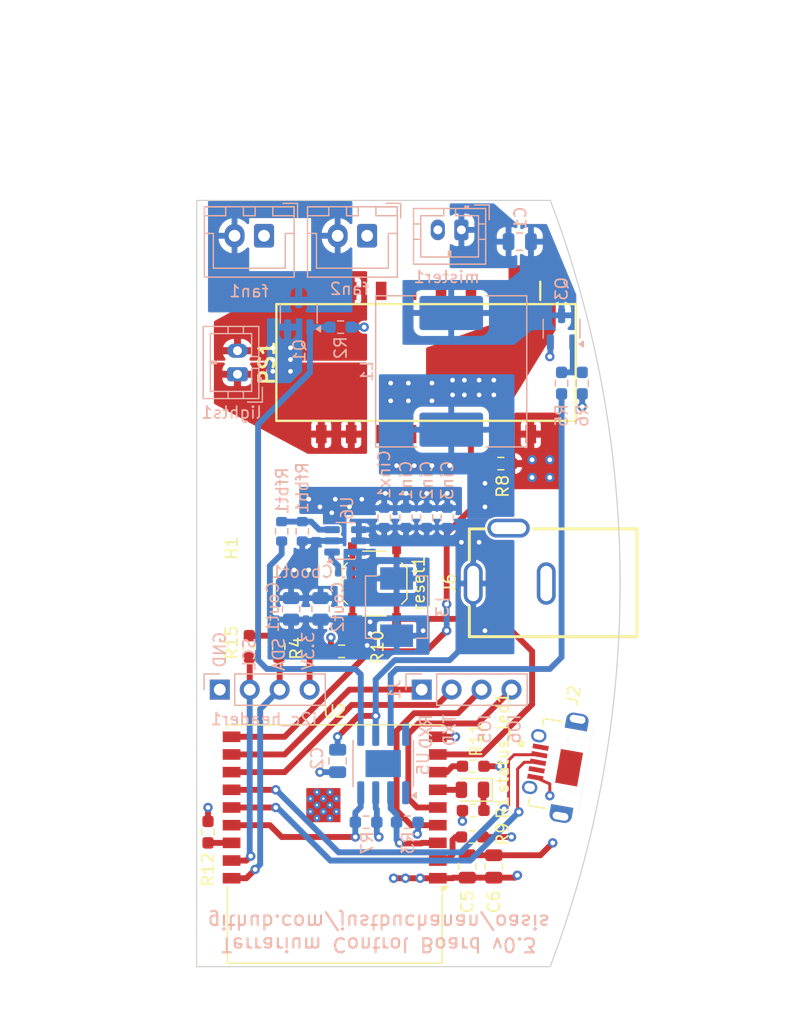
<source format=kicad_pcb>
(kicad_pcb (version 20241229) (generator "pcbnew") (generator_version "9.0")
  (title_block (title "Terrarium Control Board") (date "2025-03-11") (rev "mar-2025") (company "Justin Buchanan"))
  (layers (0 "F.Cu" signal) (4 "In1.Cu" signal) (6 "In2.Cu" signal) (2 "B.Cu" signal) (13 "F.Paste" user) (15 "B.Paste" user) (5 "F.SilkS" user "F.Silkscreen") (7 "B.SilkS" user "B.Silkscreen") (1 "F.Mask" user) (3 "B.Mask" user) (25 "Edge.Cuts" user))
  (net 0 "")
  (net 1 "GND")
  (net 2 "Net-(status_led1-K)")
  (net 12 "Net-(Q3-D)")
  (net 13 "Net-(mister1-Pin_1)")
  (net 14 "Net-(U6-SW)")
  (net 15 "Net-(U6-CB)")
  (net 16 "Net-(U6-FB)")
  (net 17 "Net-(J1-Pin_4)")
  (net 18 "Net-(Q1-D)")
  (net 19 "/fan1_ctl")
  (net 20 "+3.3V")
  (net 21 "/mist_ctl")
  (net 22 "Net-(Q3-G)")
  (net 23 "+18V")
  (net 24 "/led_ctl")
  (net 25 "/usb_dminus")
  (net 26 "/usb_dplus")
  (net 27 "Net-(R10-Pad2)")
  (net 28 "Net-(J1-Pin_3)")
  (net 29 "Net-(Q1-G)")
  (net 32 "Net-(U2-IO9)")
  (net 33 "/i2c_sda")
  (net 34 "/i2c_scl")
  (net 35 "/RXD")
  (net 36 "/TXD")
  (net 37 "Net-(U2-EN)")
  (net 38 "Net-(U2-IO8)")
  (net 39 "Net-(U2-IO2)")
  (net 40 "Net-(U2-IO7)")
  (net 41 "/led_N")
  (net 42 "/led_P")
  (net 43 "Net-(U5-OUTA)")
  (footprint "Capacitor_SMD:C_0805_2012Metric" (layer "F.Cu") (at 105 124 90)
    (property "Reference" "C5")
    (property "Value" "10uF")
  )
  (footprint "Resistor_SMD:R_0603_1608Metric_Pad0.98x0.95mm_HandSolder" (layer "F.Cu") (at 86.5 105.3375 -90)
    (property "Reference" "R15")
    (property "Value" "4.7k")
  )
  (footprint "Capacitor_SMD:C_0805_2012Metric" (layer "F.Cu") (at 107.25 124 90)
    (property "Reference" "C6")
    (property "Value" ".1uF")
  )
  (footprint "Resistor_SMD:R_0603_1608Metric_Pad0.98x0.95mm_HandSolder" (layer "F.Cu") (at 89 105.3375 -90)
    (property "Reference" "R4")
    (property "Value" "4.7k")
  )
  (footprint "LDD-700LS-SOP254P1280X930-16N:LDD-700LS-SOP254P1280X930-16N" (layer "F.Cu") (at 101.5 81.25 -90)
    (property "Reference" "PS1")
    (property "Value" "LDD-700LS" (hide yes))
  )
  (footprint "RF_Module:ESP32-C3-WROOM-02" (layer "F.Cu") (at 93.75 119 180)
    (property "Reference" "U2")
    (property "Value" "ESP32-C3-WROOM-02-N4")
  )
  (footprint "Resistor_SMD:R_0603_1608Metric_Pad0.98x0.95mm_HandSolder" (layer "F.Cu") (at 94.3375 105.75)
    (property "Reference" "R10")
    (property "Value" "10k")
  )
  (footprint "Resistor_SMD:R_0603_1608Metric_Pad0.98x0.95mm_HandSolder" (layer "F.Cu") (at 105.4125 121.5 180)
    (property "Reference" "R9")
    (property "Value" "10k" (hide yes))
  )
  (footprint "Resistor_SMD:R_0603_1608Metric_Pad0.98x0.95mm_HandSolder" (layer "F.Cu") (at 107.85 89.825)
    (property "Reference" "R8")
    (property "Value" "10k")
  )
  (footprint "Resistor_SMD:R_0603_1608Metric_Pad0.98x0.95mm_HandSolder" (layer "F.Cu") (at 105.5 115.5 180)
    (property "Reference" "R11")
    (property "Value" "10k")
  )
  (footprint "LED_SMD:LED_0805_2012Metric" (layer "F.Cu") (at 105.4375 117.5 180)
    (property "Reference" "status_led1")
    (property "Value" "LED")
  )
  (footprint "Button_Switch_SMD:SW_Push_1P1T_XKB_TS-1187A" (layer "F.Cu") (at 97.125 100 -90)
    (property "Reference" "reset1")
    (property "Value" "SW_Push")
  )
  (footprint "MountingHole:MountingHole_3.2mm_M3" (layer "F.Cu") (at 85 100)
    (property "Reference" "H1")
    (property "Value" "MountingHole")
  )
  (footprint "lib:MOLEX_47590-0001" (layer "F.Cu") (at 113.633 115.628 80)
    (property "Reference" "J2")
    (property "Value" "USB_B_Micro")
    (fp_line (start -1.95 -0.125) (end -1.95 1.45) (stroke (width 0.01)) (layer "Edge.Cuts"))
    (fp_line (start 2.8 -0.125) (end 2.8 1.45) (stroke (width 0.01)) (layer "Edge.Cuts"))
    (fp_line (start -3.75 1.45) (end -2.8 1.45) (stroke (width 0.01)) (layer "Edge.Cuts"))
    (fp_line (start -2.8 1.45) (end -2.8 -0.125) (stroke (width 0.01)) (layer "Edge.Cuts"))
    (fp_line (start -1.95 1.45) (end 1.95 1.45) (stroke (width 0.01)) (layer "Edge.Cuts"))
    (fp_line (start 1.95 1.45) (end 1.95 -0.125) (stroke (width 0.01)) (layer "Edge.Cuts"))
    (fp_line (start 2.8 1.45) (end 3.75 1.45) (stroke (width 0.01)) (layer "Edge.Cuts"))
    (fp_line (start 3.75 1.45) (end -3.75 1.45) (stroke (width 0.01)) (layer "Edge.Cuts"))
    (fp_arc (start -2.375 -0.55) (mid -2.074479 -0.425521) (end -1.95 -0.125) (stroke (width 0.01)) (layer "Edge.Cuts"))
    (fp_arc (start -2.8 -0.125) (mid -2.675521 -0.42552) (end -2.375 -0.55) (stroke (width 0.01)) (layer "Edge.Cuts"))
    (fp_arc (start 2.375 -0.55) (mid 2.67552 -0.42552) (end 2.8 -0.125) (stroke (width 0.01)) (layer "Edge.Cuts"))
    (fp_arc (start 1.95 -0.125) (mid 2.074479 -0.42552) (end 2.375 -0.55) (stroke (width 0.01)) (layer "Edge.Cuts"))
  )
  (footprint "lib:DC-IN-TH_XDJK-0051-025_JLC_C7498153" (layer "F.Cu") (at 108.6 97.65 180)
    (property "Reference" "J6")
    (property "Value" "Barrel_Jack_MountingPin")
  )
  (footprint "Resistor_SMD:R_0603_1608Metric_Pad0.98x0.95mm_HandSolder" (layer "F.Cu") (at 83 121.0875 90)
    (property "Reference" "R12")
    (property "Value" "10k" (hide yes))
  )
  (footprint "Resistor_SMD:R_0603_1608Metric_Pad0.98x0.95mm_HandSolder" (layer "F.Cu") (at 105.5 119.25)
    (property "Reference" "R1")
    (property "Value" "470")
  )
  (footprint "Capacitor_SMD:C_0805_2012Metric" (layer "B.Cu") (at 94 115.05 -90)
    (property "Reference" "C2")
    (property "Value" ".1uF")
  )
  (footprint "Package_TO_SOT_SMD:SOT-23-6" (layer "B.Cu") (at 94.662501 96.379999)
    (property "Reference" "U6")
    (property "Value" "LMR54406DBVR")
  )
  (footprint "Resistor_SMD:R_0603_1608Metric_Pad0.98x0.95mm_HandSolder" (layer "B.Cu") (at 113 83 90)
    (property "Reference" "R6")
    (property "Value" "10")
  )
  (footprint "Resistor_SMD:R_0603_1608Metric" (layer "B.Cu") (at 97.950003 94.424998 90)
    (property "Reference" "Cinx1")
    (property "Value" "100nF")
  )
  (footprint "lib:SOT-23-3-pinswapped-mosfet" (layer "B.Cu") (at 90.7 77.1125 90)
    (property "Reference" "Q1")
    (property "Value" "Q_NMOS_GDS")
  )
  (footprint "Resistor_SMD:R_0603_1608Metric" (layer "B.Cu") (at 89.25 95.575 90)
    (property "Reference" "Rfbt1")
    (property "Value" "69.8k")
  )
  (footprint "Resistor_SMD:R_0805_2012Metric" (layer "B.Cu") (at 92.550001 102.15 90)
    (property "Reference" "Cout2")
    (property "Value" "10uF")
  )
  (footprint "Connector_JST:JST_XH_B2B-XH-A_1x02_P2.50mm_Vertical" (layer "B.Cu") (at 96.5 70.5 180)
    (property "Reference" "fan2")
    (property "Value" "Conn_01x02")
  )
  (footprint "Package_SO:SOIC-8-1EP_3.9x4.9mm_P1.27mm_EP2.29x3mm" (layer "B.Cu") (at 97.865 115.275 90)
    (property "Reference" "U5")
    (property "Value" "IX4427N")
  )
  (footprint "Resistor_SMD:R_0603_1608Metric" (layer "B.Cu") (at 103.300001 94.424999 90)
    (property "Reference" "Cin3")
    (property "Value" "1uF")
  )
  (footprint "Connector_PinHeader_2.54mm:PinHeader_1x04_P2.54mm_Vertical" (layer "B.Cu") (at 101.13 109 -90)
    (property "Reference" "J1")
    (property "Value" "Conn_01x04")
  )
  (footprint "Resistor_SMD:R_0603_1608Metric" (layer "B.Cu") (at 91 95.575 -90)
    (property "Reference" "Rfbb1")
    (property "Value" "22.1k")
  )
  (footprint "Resistor_SMD:R_0603_1608Metric_Pad0.98x0.95mm_HandSolder" (layer "B.Cu") (at 96.4125 120.25)
    (property "Reference" "R7")
    (property "Value" "10k")
  )
  (footprint "Connector_PinHeader_2.54mm:PinHeader_1x04_P2.54mm_Vertical" (layer "B.Cu") (at 84 109 -90)
    (property "Reference" "i2c_header1")
    (property "Value" "Conn_01x04")
  )
  (footprint "Inductor_SMD:L_SXN_SMDRI127" (layer "B.Cu") (at 103.6375 82 -90)
    (property "Reference" "L1")
    (property "Value" "330uH")
  )
  (footprint "Capacitor_SMD:C_0402_1005Metric" (layer "B.Cu") (at 94.530001 99.099999 180)
    (property "Reference" "Cboot1")
    (property "Value" "100nF")
  )
  (footprint "Connector_JST:JST_XH_B2B-XH-A_1x02_P2.50mm_Vertical" (layer "B.Cu") (at 87.75 70.5 180)
    (property "Reference" "fan1")
    (property "Value" "Conn_01x02")
  )
  (footprint "Resistor_SMD:R_0603_1608Metric" (layer "B.Cu") (at 99.800001 94.424998 90)
    (property "Reference" "Cin1")
    (property "Value" "1uF")
  )
  (footprint "Resistor_SMD:R_0603_1608Metric_Pad0.98x0.95mm_HandSolder" (layer "B.Cu") (at 114.75 83 -90)
    (property "Reference" "R5")
    (property "Value" "10k")
  )
  (footprint "lib:SOT-23-3-pinswapped-mosfet" (layer "B.Cu") (at 113 78.3875 90)
    (property "Reference" "Q3")
    (property "Value" "Q_NMOS_GDS")
  )
  (footprint "Inductor_SMD:L_Vishay_IHLP-2020" (layer "B.Cu") (at 99 102 -90)
    (property "Reference" "L3")
    (property "Value" "10uH")
  )
  (footprint "Resistor_SMD:R_0603_1608Metric_Pad0.98x0.95mm_HandSolder" (layer "B.Cu") (at 99.9125 120.25)
    (property "Reference" "R3")
    (property "Value" "10k")
  )
  (footprint "Capacitor_SMD:C_0805_2012Metric" (layer "B.Cu") (at 109.45 71 180)
    (property "Reference" "C1")
    (property "Value" ".1uF")
  )
  (footprint "Resistor_SMD:R_0603_1608Metric" (layer "B.Cu") (at 101.550001 94.424998 90)
    (property "Reference" "Cin2")
    (property "Value" "1uF")
  )
  (footprint "Connector_JST:JST_PH_B2B-PH-K_1x02_P2.00mm_Vertical" (layer "B.Cu") (at 104.5 70 180)
    (property "Reference" "mister1")
    (property "Value" "Conn_01x02" (hide yes))
  )
  (footprint "Resistor_SMD:R_0603_1608Metric_Pad0.98x0.95mm_HandSolder" (layer "B.Cu") (at 94.25 78.25)
    (property "Reference" "R2")
    (property "Value" "10k")
  )
  (footprint "Connector_JST:JST_PH_B2B-PH-K_1x02_P2.00mm_Vertical" (layer "B.Cu") (at 85.5 82.25 90)
    (property "Reference" "lights1")
    (property "Value" "Conn_01x02")
  )
  (footprint "Resistor_SMD:R_0805_2012Metric" (layer "B.Cu") (at 90.050001 102.15 90)
    (property "Reference" "Cout1")
    (property "Value" "10uF")
  )
  (gr_line (start 112.046 67.5) (end 82.046 67.5) (stroke (width 0.1)) (layer "Edge.Cuts"))
  (gr_line (start 112.034 132.499991) (end 82.034 132.499991) (stroke (width 0.1)) (layer "Edge.Cuts"))
  (gr_line (start 82.034 132.499991) (end 82.046 67.5) (stroke (width 0.1)) (layer "Edge.Cuts"))
  (gr_arc (start 112.046 67.5) (mid 117.966 100) (end 112.034 132.5) (stroke (width 0.1)) (layer "Edge.Cuts"))
  (gr_text "IO6" (at 109 111 90) (layer "B.SilkS") (effects (font (size 1 1)) (justify left mirror)))
  (gr_text "3.3V" (at 91.5 104 90) (layer "B.SilkS") (effects (font (size 1 1)) (justify left mirror)))
  (gr_text "SDA" (at 89 104.5 90) (layer "B.SilkS") (effects (font (size 1 1)) (justify left mirror)))
  (gr_text "Terrarium Control Board v0.3\ngithub.com/justbuchanan/oasis" (at 97.5 128 180) (layer "B.SilkS") (effects (font (size 1.2 1.2) (thickness 0.18)) (justify bottom mirror)))
  (gr_text "TXD" (at 103.5 111 90) (layer "B.SilkS") (effects (font (size 1 1)) (justify left mirror)))
  (gr_text "SCL" (at 86.5 104.5 90) (layer "B.SilkS") (effects (font (size 1 1)) (justify left mirror)))
  (gr_text "RXD" (at 101.5 111 90) (layer "B.SilkS") (effects (font (size 1 1)) (justify left mirror)))
  (gr_text "GND" (at 84 104 90) (layer "B.SilkS") (effects (font (size 1 1)) (justify left mirror)))
  (gr_text "IO5" (at 106.5 111 90) (layer "B.SilkS") (effects (font (size 1 1)) (justify left mirror)))
  (segment (start 93.425 105.75) (end 93.425 104.575) (width 0.5) (layer "F.Cu") (net 1))
  (segment (start 105 123.05) (end 107.25 123.05) (width 0.5) (layer "F.Cu") (net 1))
  (segment (start 104.5875 119.25) (end 104.5875 120.1625) (width 0.5) (layer "F.Cu") (net 1))
  (segment (start 112 117) (end 110.772897 116.443741) (width 0.25) (layer "F.Cu") (net 1))
  (segment (start 111.2 123.05) (end 112.25 122) (width 0.5) (layer "F.Cu") (net 1))
  (segment (start 102.5 113) (end 104 113) (width 0.5) (layer "F.Cu") (net 1))
  (segment (start 107.25 123.05) (end 111.2 123.05) (width 0.5) (layer "F.Cu") (net 1))
  (segment (start 112 118) (end 112 117) (width 0.25) (layer "F.Cu") (net 1))
  (via (at 103.300001 92.349999) (size 0.8) (drill 0.4) (layers "F.Cu" "B.Cu") (net 1))
  (via (at 100.75 121.25) (size 0.8) (drill 0.4) (layers "F.Cu" "B.Cu") (net 1))
  (via (at 90 80) (size 0.8) (drill 0.4) (layers "F.Cu" "B.Cu") (net 1))
  (via (at 99.800001 92.349999) (size 0.8) (drill 0.4) (layers "F.Cu" "B.Cu") (net 1))
  (via (at 110.5 89.5) (size 0.8) (drill 0.4) (layers "F.Cu" "B.Cu") (net 1))
  (via (at 91.550001 98.849999) (size 0.8) (drill 0.4) (layers "F.Cu" "B.Cu") (net 1))
  (via (at 88.5 81) (size 0.8) (drill 0.4) (layers "F.Cu" "B.Cu") (net 1))
  (via (at 112 118) (size 0.8) (drill 0.4) (layers "F.Cu" "B.Cu") (net 1))
  (via (at 96.050001 92.849999) (size 0.8) (drill 0.4) (layers "F.Cu" "B.Cu") (net 1))
  (via (at 90 82) (size 0.8) (drill 0.4) (layers "F.Cu" "B.Cu") (net 1))
  (via (at 112 89.5) (size 0.8) (drill 0.4) (layers "F.Cu" "B.Cu") (net 1))
  (via (at 90 81) (size 0.8) (drill 0.4) (layers "F.Cu" "B.Cu") (net 1))
  (via (at 95 93.5) (size 0.8) (drill 0.4) (layers "F.Cu" "B.Cu") (net 1))
  (via (at 104 113) (size 0.8) (drill 0.4) (layers "F.Cu" "B.Cu") (net 1))
  (via (at 93.800001 92.849999) (size 0.8) (drill 0.4) (layers "F.Cu" "B.Cu") (net 1))
  (via (at 97.5 121.5) (size 0.8) (drill 0.4) (layers "F.Cu" "B.Cu") (net 1))
  (via (at 93.425 104.575) (size 0.8) (drill 0.4) (layers "F.Cu" "B.Cu") (net 1))
  (via (at 101.550001 92.349999) (size 0.8) (drill 0.4) (layers "F.Cu" "B.Cu") (net 1))
  (via (at 98.050001 92.349999) (size 0.8) (drill 0.4) (layers "F.Cu" "B.Cu") (net 1))
  (via (at 92.5 93.5) (size 0.8) (drill 0.4) (layers "F.Cu" "B.Cu") (net 1))
  (via (at 88.5 82) (size 0.8) (drill 0.4) (layers "F.Cu" "B.Cu") (net 1))
  (via (at 88.5 80) (size 0.8) (drill 0.4) (layers "F.Cu" "B.Cu") (net 1))
  (via (at 92.5 116) (size 0.8) (drill 0.4) (layers "F.Cu" "B.Cu") (net 1))
  (via (at 112 91) (size 0.8) (drill 0.4) (layers "F.Cu" "B.Cu") (net 1))
  (via (at 112.25 122) (size 0.8) (drill 0.4) (layers "F.Cu" "B.Cu") (net 1))
  (via (at 90.300001 98.849999) (size 0.8) (drill 0.4) (layers "F.Cu" "B.Cu") (net 1))
  (via (at 91.550001 92.849999) (size 0.8) (drill 0.4) (layers "F.Cu" "B.Cu") (net 1))
  (via (at 114.75 85) (size 0.8) (drill 0.4) (layers "F.Cu" "B.Cu") (net 1))
  (via (at 112 80.75) (size 0.8) (drill 0.4) (layers "F.Cu" "B.Cu") (net 1))
  (via (at 96.25 78.25) (size 0.8) (drill 0.4) (layers "F.Cu" "B.Cu") (net 1))
  (via (at 93.5 94) (size 0.8) (drill 0.4) (layers "F.Cu" "B.Cu") (net 1))
  (via (at 104.5875 120.1625) (size 0.8) (drill 0.4) (layers "F.Cu" "B.Cu") (net 1))
  (via (at 110.5 91) (size 0.8) (drill 0.4) (layers "F.Cu" "B.Cu") (net 1))
  (segment (start 97.325 120.25) (end 97.325 121.325) (width 0.5) (layer "B.Cu") (net 1))
  (segment (start 112.05 79.525) (end 112.05 80.7) (width 0.5) (layer "B.Cu") (net 1))
  (segment (start 100.825 121.175) (end 100.825 120.25) (width 0.5) (layer "B.Cu") (net 1))
  (segment (start 100.75 121.25) (end 100.825 121.175) (width 0.5) (layer "B.Cu") (net 1))
  (segment (start 97.325 119.1625) (end 97.325 120.25) (width 0.5) (layer "B.Cu") (net 1))
  (segment (start 95.1625 78.25) (end 96.25 78.25) (width 0.5) (layer "B.Cu") (net 1))
  (segment (start 97.325 121.325) (end 97.5 121.5) (width 0.5) (layer "B.Cu") (net 1))
  (segment (start 97.23 117.75) (end 97.23 119.0675) (width 0.5) (layer "B.Cu") (net 1))
  (segment (start 114.75 85) (end 114.75 83.9125) (width 0.5) (layer "B.Cu") (net 1))
  (segment (start 94 116) (end 92.5 116) (width 0.5) (layer "B.Cu") (net 1))
  (segment (start 112.05 80.7) (end 112 80.75) (width 0.5) (layer "B.Cu") (net 1))
  (segment (start 97.23 119.0675) (end 97.325 119.1625) (width 0.5) (layer "B.Cu") (net 1))
  (segment (start 106.375 117.5) (end 106.375 119.2125) (width 0.5) (layer "F.Cu") (net 2))
  (segment (start 106.375 119.2125) (end 106.4125 119.25) (width 0.5) (layer "F.Cu") (net 2))
  (segment (start 94.050001 99.099999) (end 94.050001 98.5) (width 0.5) (layer "B.Cu") (net 15))
  (segment (start 93.475 97.429999) (end 93.475 97.924999) (width 0.5) (layer "B.Cu") (net 15))
  (segment (start 94.050001 98.5) (end 93.475 97.924999) (width 0.5) (layer "B.Cu") (net 15))
  (segment (start 92.429999 95.429999) (end 93.525001 95.429999) (width 0.5) (layer "B.Cu") (net 16))
  (segment (start 91.75 94.75) (end 92.429999 95.429999) (width 0.5) (layer "B.Cu") (net 16))
  (segment (start 91 94.75) (end 91.75 94.75) (width 0.5) (layer "B.Cu") (net 16))
  (segment (start 91 94.75) (end 89.25 94.75) (width 0.5) (layer "B.Cu") (net 16))
  (segment (start 105.878 111.872) (end 100.878 111.872) (width 0.5) (layer "F.Cu") (net 17))
  (segment (start 100.75 119) (end 102.5 119) (width 0.5) (layer "F.Cu") (net 17))
  (segment (start 100.878 111.872) (end 100 112.75) (width 0.5) (layer "F.Cu") (net 17))
  (segment (start 100 118.25) (end 100.75 119) (width 0.5) (layer "F.Cu") (net 17))
  (segment (start 100 112.75) (end 100 118.25) (width 0.5) (layer "F.Cu") (net 17))
  (segment (start 108.75 109) (end 105.878 111.872) (width 0.5) (layer "F.Cu") (net 17))
  (segment (start 99.301 122.051) (end 101.081786 122.051) (width 0.5) (layer "F.Cu") (net 19))
  (segment (start 101.081786 122.051) (end 101.132786 122) (width 0.5) (layer "F.Cu") (net 19))
  (segment (start 99.25 122) (end 99.301 122.051) (width 0.5) (layer "F.Cu") (net 19))
  (segment (start 101.132786 122) (end 102.5 122) (width 0.5) (layer "F.Cu") (net 19))
  (via (at 99.25 122) (size 0.8) (drill 0.4) (layers "F.Cu" "B.Cu") (net 19))
  (segment (start 98.5 119.0875) (end 99 119.5875) (width 0.5) (layer "B.Cu") (net 19))
  (segment (start 99.25 122) (end 99 121.75) (width 0.5) (layer "B.Cu") (net 19))
  (segment (start 99 121.75) (end 99 120.25) (width 0.5) (layer "B.Cu") (net 19))
  (segment (start 99 119.5875) (end 99 120.25) (width 0.5) (layer "B.Cu") (net 19))
  (segment (start 98.5 117.75) (end 98.5 119.0875) (width 0.5) (layer "B.Cu") (net 19))
  (segment (start 106.4125 115.5) (end 107.75 115.5) (width 0.5) (layer "F.Cu") (net 20))
  (segment (start 101 125) (end 99.75 125) (width 0.5) (layer "F.Cu") (net 20))
  (segment (start 91.62 105.12) (end 90.925 104.425) (width 0.5) (layer "F.Cu") (net 20))
  (segment (start 105 124.95) (end 107.25 124.95) (width 0.5) (layer "F.Cu") (net 20))
  (segment (start 99.75 125) (end 98.75 125) (width 0.5) (layer "F.Cu") (net 20))
  (segment (start 103.75 125) (end 103.8 124.95) (width 0.5) (layer "F.Cu") (net 20))
  (segment (start 107.25 124.95) (end 109.05 124.95) (width 0.5) (layer "F.Cu") (net 20))
  (segment (start 102.75 125) (end 102.8 124.95) (width 0.5) (layer "F.Cu") (net 20))
  (segment (start 102.5 125) (end 103.75 125) (width 0.5) (layer "F.Cu") (net 20))
  (segment (start 83 120.175) (end 83 119) (width 0.5) (layer "F.Cu") (net 20))
  (segment (start 102.5 125) (end 101 125) (width 0.5) (layer "F.Cu") (net 20))
  (segment (start 90.925 104.425) (end 89 104.425) (width 0.5) (layer "F.Cu") (net 20))
  (segment (start 109.05 124.95) (end 109.25 124.75) (width 0.5) (layer "F.Cu") (net 20))
  (segment (start 102.5 125) (end 102.75 125) (width 0.5) (layer "F.Cu") (net 20))
  (segment (start 106.325 121.5) (end 108.75 121.5) (width 0.5) (layer "F.Cu") (net 20))
  (segment (start 103.8 124.95) (end 105 124.95) (width 0.5) (layer "F.Cu") (net 20))
  (segment (start 91.62 109) (end 91.62 105.12) (width 0.5) (layer "F.Cu") (net 20))
  (segment (start 86.5 104.425) (end 89 104.425) (width 0.5) (layer "F.Cu") (net 20))
  (via (at 83 119) (size 0.8) (drill 0.4) (layers "F.Cu" "B.Cu") (net 20))
  (via (at 96.75 103.25) (size 0.8) (drill 0.4) (layers "F.Cu" "B.Cu") (net 20))
  (via (at 98.75 125) (size 0.8) (drill 0.4) (layers "F.Cu" "B.Cu") (net 20))
  (via (at 96.5 105.25) (size 0.8) (drill 0.4) (layers "F.Cu" "B.Cu") (net 20))
  (via (at 99.75 125) (size 0.8) (drill 0.4) (layers "F.Cu" "B.Cu") (net 20))
  (via (at 107.75 115.5) (size 0.8) (drill 0.4) (layers "F.Cu" "B.Cu") (net 20))
  (via (at 96.75 104.25) (size 0.8) (drill 0.4) (layers "F.Cu" "B.Cu") (net 20))
  (via (at 101.25 104) (size 0.8) (drill 0.4) (layers "F.Cu" "B.Cu") (net 20))
  (via (at 109.25 124.75) (size 0.8) (drill 0.4) (layers "F.Cu" "B.Cu") (net 20))
  (via (at 108.75 121.5) (size 0.8) (drill 0.4) (layers "F.Cu" "B.Cu") (net 20))
  (via (at 101 125) (size 0.8) (drill 0.4) (layers "F.Cu" "B.Cu") (net 20))
  (segment (start 89.25 97.5) (end 89.25 96.6) (width 0.5) (layer "B.Cu") (net 20))
  (segment (start 88.5 102.95) (end 88.25 102.7) (width 0.5) (layer "B.Cu") (net 20))
  (segment (start 88.25 98.5) (end 89.25 97.5) (width 0.5) (layer "B.Cu") (net 20))
  (segment (start 88.25 102.7) (end 88.25 98.5) (width 0.5) (layer "B.Cu") (net 20))
  (segment (start 85 120.5) (end 88.25 120.5) (width 0.5) (layer "F.Cu") (net 21))
  (segment (start 95.5 121.5) (end 89.25 121.5) (width 0.5) (layer "F.Cu") (net 21))
  (segment (start 89.25 121.5) (end 88.25 120.5) (width 0.5) (layer "F.Cu") (net 21))
  (via (at 95.5 121.5) (size 0.8) (drill 0.4) (layers "F.Cu" "B.Cu") (net 21))
  (segment (start 95.96 117.75) (end 95.96 118.9525) (width 0.5) (layer "B.Cu") (net 21))
  (segment (start 95.96 118.9525) (end 95.5 119.4125) (width 0.5) (layer "B.Cu") (net 21))
  (segment (start 95.5 121.5) (end 95.5 120.25) (width 0.5) (layer "B.Cu") (net 21))
  (segment (start 95.5 119.4125) (end 95.5 120.25) (width 0.5) (layer "B.Cu") (net 21))
  (segment (start 113.95 79.525) (end 113.95 81.8875) (width 0.5) (layer "B.Cu") (net 22))
  (segment (start 113 82.0875) (end 113.75 82.0875) (width 0.5) (layer "B.Cu") (net 22))
  (segment (start 113.75 82.0875) (end 114.75 82.0875) (width 0.5) (layer "B.Cu") (net 22))
  (segment (start 113.95 81.8875) (end 113.75 82.0875) (width 0.5) (layer "B.Cu") (net 22))
  (segment (start 94 113) (end 95.77 111.23) (width 0.5) (layer "F.Cu") (net 23))
  (segment (start 95.77 111.23) (end 97.23 111.23) (width 0.5) (layer "F.Cu") (net 23))
  (via (at 106.5 104) (size 0.8) (drill 0.4) (layers "F.Cu" "B.Cu") (net 23))
  (via (at 106 82.75) (size 0.8) (drill 0.4) (layers "F.Cu" "B.Cu") (net 23))
  (via (at 107.25 84) (size 0.8) (drill 0.4) (layers "F.Cu" "B.Cu") (net 23))
  (via (at 97.23 111.23) (size 0.8) (drill 0.4) (layers "F.Cu" "B.Cu") (net 23))
  (via (at 98.5 84.5) (size 0.8) (drill 0.4) (layers "F.Cu" "B.Cu") (net 23))
  (via (at 94 113) (size 0.8) (drill 0.4) (layers "F.Cu" "B.Cu") (net 23))
  (via (at 100.5 90) (size 0.8) (drill 0.4) (layers "F.Cu" "B.Cu") (net 23))
  (via (at 100 83) (size 0.8) (drill 0.4) (layers "F.Cu" "B.Cu") (net 23))
  (via (at 102 84.5) (size 0.8) (drill 0.4) (layers "F.Cu" "B.Cu") (net 23))
  (via (at 107.25 82.75) (size 0.8) (drill 0.4) (layers "F.Cu" "B.Cu") (net 23))
  (via (at 99 90) (size 0.8) (drill 0.4) (layers "F.Cu" "B.Cu") (net 23))
  (via (at 106 96.5) (size 0.8) (drill 0.4) (layers "F.Cu" "B.Cu") (net 23))
  (via (at 103.75 82.75) (size 0.8) (drill 0.4) (layers "F.Cu" "B.Cu") (net 23))
  (via (at 106.5 91.5) (size 0.8) (drill 0.4) (layers "F.Cu" "B.Cu") (net 23))
  (via (at 103.75 84) (size 0.8) (drill 0.4) (layers "F.Cu" "B.Cu") (net 23))
  (via (at 106.5 93.5) (size 0.8) (drill 0.4) (layers "F.Cu" "B.Cu") (net 23))
  (via (at 98.5 83) (size 0.8) (drill 0.4) (layers "F.Cu" "B.Cu") (net 23))
  (via (at 104.5 96.5) (size 0.8) (drill 0.4) (layers "F.Cu" "B.Cu") (net 23))
  (via (at 104.75 82.75) (size 0.8) (drill 0.4) (layers "F.Cu" "B.Cu") (net 23))
  (via (at 103.5 90) (size 0.8) (drill 0.4) (layers "F.Cu" "B.Cu") (net 23))
  (via (at 100 84.5) (size 0.8) (drill 0.4) (layers "F.Cu" "B.Cu") (net 23))
  (via (at 102 90) (size 0.8) (drill 0.4) (layers "F.Cu" "B.Cu") (net 23))
  (via (at 102 83) (size 0.8) (drill 0.4) (layers "F.Cu" "B.Cu") (net 23))
  (via (at 104.75 84) (size 0.8) (drill 0.4) (layers "F.Cu" "B.Cu") (net 23))
  (via (at 106 84) (size 0.8) (drill 0.4) (layers "F.Cu" "B.Cu") (net 23))
  (segment (start 97.23 111.23) (end 97.23 108.131874) (width 0.5) (layer "B.Cu") (net 23))
  (segment (start 104.5 105.5) (end 105.5 104.5) (width 0.5) (layer "B.Cu") (net 23))
  (segment (start 94 114.1) (end 94 113) (width 0.5) (layer "B.Cu") (net 23))
  (segment (start 97.23 112.8) (end 97.23 111.23) (width 0.5) (layer "B.Cu") (net 23))
  (segment (start 98.861874 106.5) (end 103.5 106.5) (width 0.5) (layer "B.Cu") (net 23))
  (segment (start 105.5 104.5) (end 105.5 100) (width 0.5) (layer "B.Cu") (net 23))
  (segment (start 97.23 108.131874) (end 98.861874 106.5) (width 0.5) (layer "B.Cu") (net 23))
  (segment (start 103.5 106.5) (end 104.5 105.5) (width 0.5) (layer "B.Cu") (net 23))
  (segment (start 101.5 105.75) (end 103.25 104) (width 0.5) (layer "F.Cu") (net 24))
  (segment (start 85 113) (end 89.5 113) (width 0.5) (layer "F.Cu") (net 24))
  (segment (start 103.25 101.75) (end 103.25 95.75) (width 0.5) (layer "F.Cu") (net 24))
  (segment (start 105.31 87.325) (end 105.31 90) (width 0.5) (layer "F.Cu") (net 24))
  (segment (start 105.485 89.825) (end 105.31 90) (width 0.5) (layer "F.Cu") (net 24))
  (segment (start 106.9375 89.825) (end 105.485 89.825) (width 0.5) (layer "F.Cu") (net 24))
  (segment (start 103.25 95.75) (end 104.875 94.125) (width 0.5) (layer "F.Cu") (net 24))
  (segment (start 105.31 93.69) (end 104.875 94.125) (width 0.5) (layer "F.Cu") (net 24))
  (segment (start 89.5 113) (end 96.449 106.051) (width 0.5) (layer "F.Cu") (net 24))
  (segment (start 96.449 106.051) (end 96.831786 106.051) (width 0.5) (layer "F.Cu") (net 24))
  (segment (start 96.831786 106.051) (end 97.132786 105.75) (width 0.5) (layer "F.Cu") (net 24))
  (segment (start 97.132786 105.75) (end 101.5 105.75) (width 0.5) (layer "F.Cu") (net 24))
  (segment (start 105.31 90) (end 105.31 93.69) (width 0.5) (layer "F.Cu") (net 24))
  (via (at 103.25 104) (size 0.8) (drill 0.4) (layers "F.Cu" "B.Cu") (net 24))
  (via (at 103.25 101.75) (size 0.8) (drill 0.4) (layers "F.Cu" "B.Cu") (net 24))
  (segment (start 103.25 104) (end 103.25 101.75) (width 0.5) (layer "B.Cu") (net 24))
  (segment (start 86.5 117.5) (end 88.75 117.5) (width 0.5) (layer "F.Cu") (net 25))
  (segment (start 85 117.5) (end 86.5 117.5) (width 0.5) (layer "F.Cu") (net 25))
  (segment (start 111.111511 114.523366) (end 108.976634 114.523366) (width 0.25) (layer "F.Cu") (net 25))
  (segment (start 108.5 118.75) (end 108.125 119.125) (width 0.25) (layer "F.Cu") (net 25))
  (segment (start 108.5 115) (end 108.5 118.75) (width 0.25) (layer "F.Cu") (net 25))
  (segment (start 108.976634 114.523366) (end 108.5 115) (width 0.25) (layer "F.Cu") (net 25))
  (via (at 88.75 117.5) (size 0.8) (drill 0.4) (layers "F.Cu" "B.Cu") (net 25))
  (via (at 108.125 119.125) (size 0.8) (drill 0.4) (layers "F.Cu" "B.Cu") (net 25))
  (segment (start 104.449 122.801) (end 108.125 119.125) (width 0.5) (layer "B.Cu") (net 25))
  (segment (start 88.777925 117.5) (end 94.078925 122.801) (width 0.5) (layer "B.Cu") (net 25))
  (segment (start 94.078925 122.801) (end 104.449 122.801) (width 0.5) (layer "B.Cu") (net 25))
  (segment (start 109.268029 115.731971) (end 109.268029 119.268029) (width 0.25) (layer "F.Cu") (net 26))
  (segment (start 86.5 119) (end 88.75 119) (width 0.5) (layer "F.Cu") (net 26))
  (segment (start 109.268029 119.268029) (end 109.375 119.375) (width 0.25) (layer "F.Cu") (net 26))
  (segment (start 109.836509 115.163491) (end 109.268029 115.731971) (width 0.25) (layer "F.Cu") (net 26))
  (segment (start 110.998639 115.163491) (end 109.836509 115.163491) (width 0.25) (layer "F.Cu") (net 26))
  (segment (start 85 119) (end 86.5 119) (width 0.5) (layer "F.Cu") (net 26))
  (via (at 88.75 119) (size 0.8) (drill 0.4) (layers "F.Cu" "B.Cu") (net 26))
  (via (at 109.375 119.375) (size 0.8) (drill 0.4) (layers "F.Cu" "B.Cu") (net 26))
  (segment (start 93.382786 123.5) (end 88.882786 119) (width 0.5) (layer "B.Cu") (net 26))
  (segment (start 105.25 123.5) (end 93.382786 123.5) (width 0.5) (layer "B.Cu") (net 26))
  (segment (start 109.375 119.375) (end 105.25 123.5) (width 0.5) (layer "B.Cu") (net 26))
  (segment (start 95.25 97) (end 95.25 103) (width 0.5) (layer "F.Cu") (net 27))
  (segment (start 95.25 105.75) (end 95.25 103) (width 0.5) (layer "F.Cu") (net 27))
  (segment (start 104.21 111) (end 106.21 109) (width 0.5) (layer "F.Cu") (net 28))
  (segment (start 100.418214 120.449) (end 100.367214 120.5) (width 0.5) (layer "F.Cu") (net 28))
  (segment (start 100.25 120.5) (end 99 119.25) (width 0.5) (layer "F.Cu") (net 28))
  (segment (start 101.081786 120.449) (end 100.418214 120.449) (width 0.5) (layer "F.Cu") (net 28))
  (segment (start 101.132786 120.5) (end 101.081786 120.449) (width 0.5) (layer "F.Cu") (net 28))
  (segment (start 99 112.5) (end 100.5 111) (width 0.5) (layer "F.Cu") (net 28))
  (segment (start 102.5 120.5) (end 101.132786 120.5) (width 0.5) (layer "F.Cu") (net 28))
  (segment (start 99 119.25) (end 99 112.5) (width 0.5) (layer "F.Cu") (net 28))
  (segment (start 100.367214 120.5) (end 100.25 120.5) (width 0.5) (layer "F.Cu") (net 28))
  (segment (start 100.5 111) (end 104.21 111) (width 0.5) (layer "F.Cu") (net 28))
  (segment (start 91.5 82.25) (end 90.875 82.875) (width 0.5) (layer "B.Cu") (net 29))
  (segment (start 90.875 82.875) (end 87.25 86.5) (width 0.5) (layer "B.Cu") (net 29))
  (segment (start 87.25 86.5) (end 87.25 106.5) (width 0.5) (layer "B.Cu") (net 29))
  (segment (start 91.65 78.25) (end 91.65 82.1) (width 0.5) (layer "B.Cu") (net 29))
  (segment (start 87.25 106.5) (end 88 107.25) (width 0.5) (layer "B.Cu") (net 29))
  (segment (start 91.65 78.25) (end 93.3375 78.25) (width 0.5) (layer "B.Cu") (net 29))
  (segment (start 95.96 107.71) (end 95.96 112.8) (width 0.5) (layer "B.Cu") (net 29))
  (segment (start 88 107.25) (end 95.5 107.25) (width 0.5) (layer "B.Cu") (net 29))
  (segment (start 95.5 107.25) (end 95.96 107.71) (width 0.5) (layer "B.Cu") (net 29))
  (segment (start 91.65 82.1) (end 90.875 82.875) (width 0.5) (layer "B.Cu") (net 29))
  (segment (start 106.25 114.5) (end 102.5 114.5) (width 0.5) (layer "F.Cu") (net 32))
  (segment (start 107.75 103) (end 110.5 105.75) (width 0.5) (layer "F.Cu") (net 32))
  (segment (start 99 97) (end 99 103) (width 0.5) (layer "F.Cu") (net 32))
  (segment (start 99 103) (end 107.75 103) (width 0.5) (layer "F.Cu") (net 32))
  (segment (start 110.5 110.25) (end 106.25 114.5) (width 0.5) (layer "F.Cu") (net 32))
  (segment (start 110.5 105.75) (end 110.5 110.25) (width 0.5) (layer "F.Cu") (net 32))
  (segment (start 86.25 125) (end 87 124.25) (width 0.5) (layer "F.Cu") (net 33))
  (segment (start 85 125) (end 86.25 125) (width 0.5) (layer "F.Cu") (net 33))
  (segment (start 89.08 106.33) (end 89 106.25) (width 0.5) (layer "F.Cu") (net 33))
  (segment (start 89.08 109) (end 89.08 106.33) (width 0.5) (layer "F.Cu") (net 33))
  (via (at 87 124.25) (size 0.8) (drill 0.4) (layers "F.Cu" "B.Cu") (net 33))
  (segment (start 87.426 110.654) (end 87.426 123.824) (width 0.5) (layer "B.Cu") (net 33))
  (segment (start 89.08 109) (end 87.426 110.654) (width 0.5) (layer "B.Cu") (net 33))
  (segment (start 87.426 123.824) (end 87 124.25) (width 0.5) (layer "B.Cu") (net 33))
  (segment (start 86.54 109) (end 86.54 106.29) (width 0.5) (layer "F.Cu") (net 34))
  (segment (start 85 123.5) (end 86.25 123.5) (width 0.5) (layer "F.Cu") (net 34))
  (segment (start 86.54 106.29) (end 86.5 106.25) (width 0.5) (layer "F.Cu") (net 34))
  (segment (start 86.25 123.5) (end 86.625 123.125) (width 0.5) (layer "F.Cu") (net 34))
  (via (at 86.625 123.125) (size 0.8) (drill 0.4) (layers "F.Cu" "B.Cu") (net 34))
  (segment (start 86.625 123.125) (end 86.54 123.04) (width 0.5) (layer "B.Cu") (net 34))
  (segment (start 86.54 123.04) (end 86.54 109) (width 0.5) (layer "B.Cu") (net 34))
  (segment (start 85 114.5) (end 89.5 114.5) (width 0.5) (layer "F.Cu") (net 35))
  (segment (start 89.5 114.5) (end 95 109) (width 0.5) (layer "F.Cu") (net 35))
  (segment (start 95 109) (end 101.13 109) (width 0.5) (layer "F.Cu") (net 35))
  (segment (start 89.5 116) (end 95.199 110.301) (width 0.5) (layer "F.Cu") (net 36))
  (segment (start 95.199 110.301) (end 102.449 110.301) (width 0.5) (layer "F.Cu") (net 36))
  (segment (start 85 116) (end 89.5 116) (width 0.5) (layer "F.Cu") (net 36))
  (segment (start 102.449 110.301) (end 103.67 109.08) (width 0.5) (layer "F.Cu") (net 36))
  (segment (start 103.67 109.08) (end 103.67 109) (width 0.5) (layer "F.Cu") (net 36))
  (segment (start 102.5 123.5) (end 103.25 123.5) (width 0.5) (layer "F.Cu") (net 37))
  (segment (start 103.25 123.5) (end 103.75 123) (width 0.5) (layer "F.Cu") (net 37))
  (segment (start 104 121.5) (end 104.5 121.5) (width 0.5) (layer "F.Cu") (net 37))
  (segment (start 103.75 121.75) (end 104 121.5) (width 0.5) (layer "F.Cu") (net 37))
  (segment (start 103.75 123) (end 103.75 121.75) (width 0.5) (layer "F.Cu") (net 37))
  (segment (start 103.25 116) (end 103.75 115.5) (width 0.5) (layer "F.Cu") (net 38))
  (segment (start 102.5 116) (end 103.25 116) (width 0.5) (layer "F.Cu") (net 38))
  (segment (start 103.75 115.5) (end 104.5875 115.5) (width 0.5) (layer "F.Cu") (net 38))
  (segment (start 85 122) (end 83 122) (width 0.5) (layer "F.Cu") (net 39))
  (segment (start 102.5 117.5) (end 104.5 117.5) (width 0.5) (layer "F.Cu") (net 40))
  (segment (start 98.5 112.8) (end 98.5 107.75) (width 0.5) (layer "B.Cu") (net 43))
  (segment (start 112 107.25) (end 113 106.25) (width 0.5) (layer "B.Cu") (net 43))
  (segment (start 98.5 107.75) (end 99 107.25) (width 0.5) (layer "B.Cu") (net 43))
  (segment (start 99 107.25) (end 112 107.25) (width 0.5) (layer "B.Cu") (net 43))
  (segment (start 113 106.25) (end 113 83.9125) (width 0.5) (layer "B.Cu") (net 43))
  (zone (net 1) (net_name "GND") (layer "F.Cu") (priority 14) (connect_pads (clearance 0.1)) (min_thickness 0.25) (fill yes (thermal_gap 0.4) (thermal_bridge_width 0.6))
    (polygon (pts (xy 113 85.5) (xy 113 92) (xy 107.5 92) (xy 107.5 88.5) (xy 109 88.5) (xy 109 85.5)))
  )
  (zone (net 41) (net_name "/led_N") (layer "F.Cu") (priority 6) (connect_pads (clearance 0.1)) (min_thickness 0.25) (fill yes (thermal_gap 0.4) (thermal_bridge_width 0.6))
    (polygon (pts (xy 83.5 81.25) (xy 96.5 81.25) (xy 96.5 89) (xy 91.468751 89) (xy 83.5 84.75)))
  )
  (zone (net 23) (net_name "+18V") (layer "F.Cu") (priority 13) (connect_pads (clearance 0.1)) (min_thickness 0.25) (fill yes (thermal_gap 0.4) (thermal_bridge_width 0.6))
    (polygon (pts (xy 108.5 73) (xy 112.5 73) (xy 112.5 78.5) (xy 108.5 85) (xy 101.5 85) (xy 101.5 80) (xy 108.5 77.5)))
  )
  (zone (net 42) (net_name "/led_P") (layer "F.Cu") (priority 1) (connect_pads (clearance 0.1)) (min_thickness 0.25) (fill yes (thermal_gap 0.4) (thermal_bridge_width 0.6))
    (polygon (pts (xy 83.5 81.25) (xy 96.5 81.25) (xy 96.5 73.5) (xy 91.355263 73.5) (xy 83.5 77.75)))
  )
  (zone (net 23) (net_name "+18V") (layer "B.Cu") (name "gnd_swreg") (priority 4) (connect_pads (clearance 0.2)) (min_thickness 0.25) (fill yes (thermal_gap 0.25) (thermal_bridge_width 0.5))
    (polygon (pts (xy 95 96.85) (xy 104 96.849999) (xy 104 106) (xy 109 106) (xy 109 94.5) (xy 105.550001 94.5) (xy 95 94.499998)))
  )
  (zone (net 13) (net_name "Net-(mister1-Pin_1)") (layer "B.Cu") (priority 9) (connect_pads (clearance 0.1)) (min_thickness 0.25) (fill yes (thermal_gap 0.5) (thermal_bridge_width 0.5))
    (polygon (pts (xy 109.25 69.5) (xy 107.25 67.75) (xy 103.5 67.75) (xy 103.5 73.25) (xy 109.25 73.25)))
  )
  (zone (net 1) (net_name "GND") (layer "B.Cu") (priority 15) (connect_pads (clearance 0.1)) (min_thickness 0.25) (fill yes (thermal_gap 0.4) (thermal_bridge_width 0.6))
    (polygon (pts (xy 88 77.5) (xy 88 83) (xy 90 83) (xy 91 82) (xy 91 77.5)))
  )
  (zone (net 18) (net_name "Net-(Q1-D)") (layer "B.Cu") (priority 10) (connect_pads (clearance 0.1)) (min_thickness 0.25) (fill yes (thermal_gap 0.5) (thermal_bridge_width 0.5))
    (polygon (pts (xy 95.25 67.5) (xy 83 67.5) (xy 83 73.5) (xy 86.5 73.5) (xy 86.5 69) (xy 91.75 69) (xy 91.75 73.5) (xy 95.25 73.5)))
  )
  (zone (net 12) (net_name "Net-(Q3-D)") (layer "B.Cu") (priority 8) (connect_pads (clearance 0.1)) (min_thickness 0.25) (fill yes (thermal_gap 0.5) (thermal_bridge_width 0.5))
    (polygon (pts (xy 109.5 69.5) (xy 109.45 73.5) (xy 108.5 74.25) (xy 99.5 74.25) (xy 99.5 79.75) (xy 109 79.75) (xy 110.5 78.5) (xy 114.25 78.5) (xy 114.25 75.5) (xy 111.75 69.5)))
  )
  (zone (net 20) (net_name "+3.3V") (layer "B.Cu") (name "gnd_swreg") (priority 2) (connect_pads (clearance 0.2)) (min_thickness 0.25) (fill yes (thermal_gap 0.275) (thermal_bridge_width 0.5))
    (polygon (pts (xy 88.050001 102.699999) (xy 101.800001 102.699999) (xy 101.800002 106.449999) (xy 88.050001 106.449999)))
  )
  (zone (net 1) (net_name "GND") (layer "B.Cu") (name "gnd_swreg") (priority 3) (connect_pads (clearance 0.1)) (min_thickness 0.25) (fill yes (thermal_gap 0.275) (thermal_bridge_width 0.5))
    (polygon (pts (xy 94.75 96.949999) (xy 94.75 94.949999) (xy 94.75 94.199999) (xy 104.55 94.199999) (xy 104.550001 91.799998) (xy 90.750001 91.799999) (xy 90.750002 94.099999) (xy 92.750001 94.1) (xy 92.750001 95) (xy 93.850001 94.999999) (xy 93.850001 96.049999) (xy 90.25 96.049999) (xy 90.25 97.45) (xy 88.75 99.75) (xy 88.75 102) (xy 94 102) (xy 94 100.199999) (xy 92.350001 100.199999) (xy 92.350003 96.949999)))
  )
  (zone (net 18) (net_name "Net-(Q1-D)") (layer "B.Cu") (priority 11) (connect_pads (clearance 0.1)) (min_thickness 0.25) (fill yes (thermal_gap 0.4) (thermal_bridge_width 0.6))
    (polygon (pts (xy 95.25 73.5) (xy 95.25 77) (xy 83 77) (xy 83 73.5)))
  )
  (zone (net 14) (net_name "Net-(U6-SW)") (layer "B.Cu") (name "gnd_swreg") (priority 5) (connect_pads (clearance 0.2)) (min_thickness 0.25) (fill yes (thermal_gap 0.275) (thermal_bridge_width 0.5))
    (polygon (pts (xy 94.500001 97.049999) (xy 97.25 97.049998) (xy 97.25 97.75) (xy 101.800001 97.8) (xy 101.800001 101.95) (xy 94.5 101.949999)))
  )
  (zone (net 23) (net_name "+18V") (layer "B.Cu") (priority 7) (connect_pads (clearance 0.1)) (min_thickness 0.25) (fill yes (thermal_gap 0.5) (thermal_bridge_width 0.5))
    (polygon (pts (xy 109 94.5) (xy 109 82.25) (xy 97.5 82.25) (xy 97.5 90.75) (xy 105 90.75) (xy 105 94.5)))
  )
)
</source>
